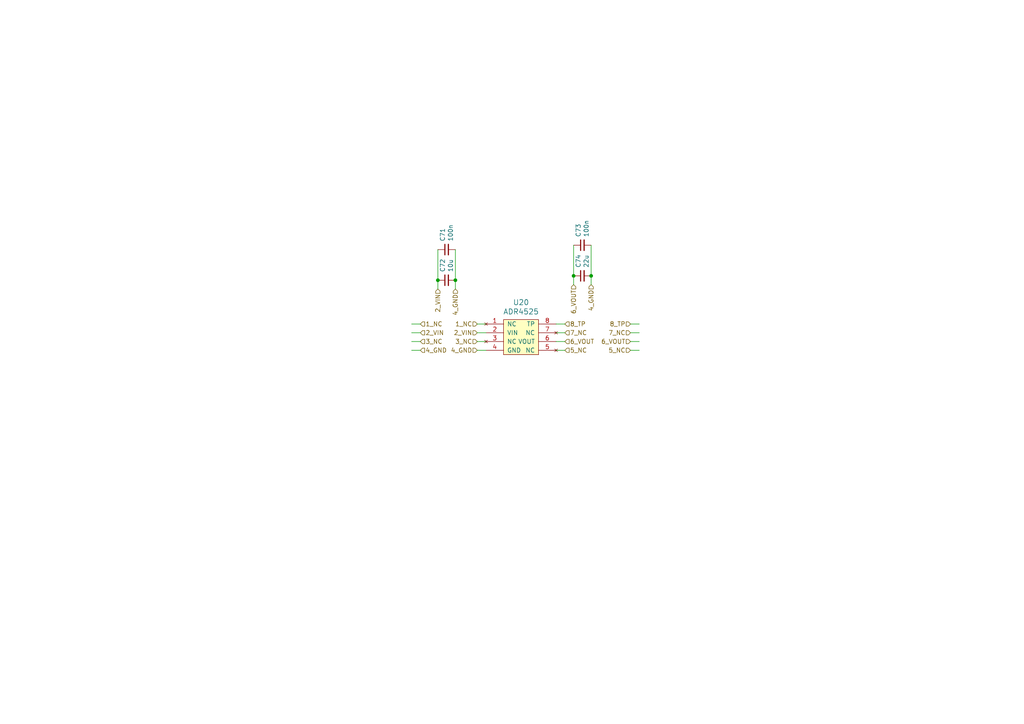
<source format=kicad_sch>
(kicad_sch (version 20210621) (generator eeschema)
  (paper "A4")
  (lib_symbols
    (symbol "FreeEEG32-ads131-rescue:ADR4525-ADR4525" (pin_names (offset 1.016))
      (property "Reference" "U" (at 0 -6.35 0))
      (property "Value" "ADR4525-ADR4525" (at 0 6.35 0))
      (symbol "ADR4525-ADR4525_0_1"
        (rectangle (start -5.08 -5.08) (end 5.08 5.08) (fill (type background)))
      )
      (symbol "ADR4525-ADR4525_1_1"
        (pin no_connect line (at -10.16 3.81 0) (length 5.08) (name "NC") (number "1"))
        (pin power_in line (at -10.16 1.27 0) (length 5.08) (name "VIN") (number "2"))
        (pin no_connect line (at -10.16 -1.27 0) (length 5.08) (name "NC") (number "3"))
        (pin power_in line (at -10.16 -3.81 0) (length 5.08) (name "GND") (number "4"))
        (pin no_connect line (at 10.16 -3.81 180) (length 5.08) (name "NC") (number "5"))
        (pin power_out line (at 10.16 -1.27 180) (length 5.08) (name "VOUT") (number "6"))
        (pin no_connect line (at 10.16 1.27 180) (length 5.08) (name "NC") (number "7"))
        (pin unspecified line (at 10.16 3.81 180) (length 5.08) (name "TP") (number "8"))
      )
    )
    (symbol "FreeEEG32-ads131-rescue:C_Small-Device" (pin_numbers hide) (pin_names (offset 0.254) hide)
      (property "Reference" "C" (at 0.254 1.778 0))
      (property "Value" "C_Small-Device" (at 0.254 -2.032 0))
      (symbol "C_Small-Device_0_1"
        (polyline (pts (xy -1.524 -0.508) (xy 1.524 -0.508)) (stroke (width 0.3302)))
        (polyline (pts (xy -1.524 0.508) (xy 1.524 0.508)) (stroke (width 0.3048)))
      )
      (symbol "C_Small-Device_1_1"
        (pin passive line (at 0 2.54 270) (length 2.032) (name "~") (number "1"))
        (pin passive line (at 0 -2.54 90) (length 2.032) (name "~") (number "2"))
      )
    )
  )
  (junction (at 127 81.28) (diameter 0.9144))
  (junction (at 132.08 81.28) (diameter 0.9144))
  (junction (at 166.37 80.01) (diameter 0.9144))
  (junction (at 171.45 80.01) (diameter 0.9144))
  (wire (pts (xy 121.92 93.98) (xy 119.38 93.98)))
  (wire (pts (xy 121.92 96.52) (xy 119.38 96.52)))
  (wire (pts (xy 121.92 99.06) (xy 119.38 99.06)))
  (wire (pts (xy 121.92 101.6) (xy 119.38 101.6)))
  (wire (pts (xy 127 81.28) (xy 127 72.39)))
  (wire (pts (xy 127 83.82) (xy 127 81.28)))
  (wire (pts (xy 132.08 81.28) (xy 132.08 72.39)))
  (wire (pts (xy 132.08 83.82) (xy 132.08 81.28)))
  (wire (pts (xy 138.43 93.98) (xy 140.97 93.98)))
  (wire (pts (xy 138.43 96.52) (xy 140.97 96.52)))
  (wire (pts (xy 138.43 99.06) (xy 140.97 99.06)))
  (wire (pts (xy 138.43 101.6) (xy 140.97 101.6)))
  (wire (pts (xy 163.83 93.98) (xy 161.29 93.98)))
  (wire (pts (xy 163.83 96.52) (xy 161.29 96.52)))
  (wire (pts (xy 163.83 99.06) (xy 161.29 99.06)))
  (wire (pts (xy 163.83 101.6) (xy 161.29 101.6)))
  (wire (pts (xy 166.37 80.01) (xy 166.37 71.12)))
  (wire (pts (xy 166.37 82.55) (xy 166.37 80.01)))
  (wire (pts (xy 171.45 80.01) (xy 171.45 71.12)))
  (wire (pts (xy 171.45 82.55) (xy 171.45 80.01)))
  (wire (pts (xy 182.88 93.98) (xy 185.42 93.98)))
  (wire (pts (xy 182.88 96.52) (xy 185.42 96.52)))
  (wire (pts (xy 182.88 99.06) (xy 185.42 99.06)))
  (wire (pts (xy 182.88 101.6) (xy 185.42 101.6)))
  (hierarchical_label "1_NC" (shape input) (at 121.92 93.98 0))
  (hierarchical_label "2_VIN" (shape input) (at 121.92 96.52 0))
  (hierarchical_label "3_NC" (shape input) (at 121.92 99.06 0))
  (hierarchical_label "4_GND" (shape input) (at 121.92 101.6 0))
  (hierarchical_label "2_VIN" (shape input) (at 127 83.82 270))
  (hierarchical_label "4_GND" (shape input) (at 132.08 83.82 270))
  (hierarchical_label "1_NC" (shape input) (at 138.43 93.98 180))
  (hierarchical_label "2_VIN" (shape input) (at 138.43 96.52 180))
  (hierarchical_label "3_NC" (shape input) (at 138.43 99.06 180))
  (hierarchical_label "4_GND" (shape input) (at 138.43 101.6 180))
  (hierarchical_label "8_TP" (shape input) (at 163.83 93.98 0))
  (hierarchical_label "7_NC" (shape input) (at 163.83 96.52 0))
  (hierarchical_label "6_VOUT" (shape input) (at 163.83 99.06 0))
  (hierarchical_label "5_NC" (shape input) (at 163.83 101.6 0))
  (hierarchical_label "6_VOUT" (shape input) (at 166.37 82.55 270))
  (hierarchical_label "4_GND" (shape input) (at 171.45 82.55 270))
  (hierarchical_label "8_TP" (shape input) (at 182.88 93.98 180))
  (hierarchical_label "7_NC" (shape input) (at 182.88 96.52 180))
  (hierarchical_label "6_VOUT" (shape input) (at 182.88 99.06 180))
  (hierarchical_label "5_NC" (shape input) (at 182.88 101.6 180))
  (symbol (lib_id "FreeEEG32-ads131-rescue:C_Small-Device") (at 129.54 72.39 90) (unit 1)
    (property "Reference" "C71" (at 128.3716 70.0532 0) (effects (justify left)))
    (property "Value" "100n" (at 130.683 70.0532 0) (effects (justify left)))
    (property "Footprint" "Capacitor_SMD:C_0402_1005Metric" (effects hide))
    (property "MNP" "CL05B104KO5NNNC" (effects hide))
  )
  (symbol (lib_id "FreeEEG32-ads131-rescue:C_Small-Device") (at 129.54 81.28 90) (unit 1)
    (property "Reference" "C72" (at 128.3716 78.9432 0) (effects (justify left)))
    (property "Value" "10u" (at 130.683 78.9432 0) (effects (justify left)))
    (property "Footprint" "Capacitor_SMD:C_0603_1608Metric" (effects hide))
    (property "MNP" "GRM188R60J106ME47D" (effects hide))
  )
  (symbol (lib_id "FreeEEG32-ads131-rescue:C_Small-Device") (at 168.91 71.12 90) (unit 1)
    (property "Reference" "C73" (at 167.7416 68.7832 0) (effects (justify left)))
    (property "Value" "100n" (at 170.053 68.7832 0) (effects (justify left)))
    (property "Footprint" "Capacitor_SMD:C_0402_1005Metric" (effects hide))
    (property "MNP" "CL05B104KO5NNNC" (effects hide))
  )
  (symbol (lib_id "FreeEEG32-ads131-rescue:C_Small-Device") (at 168.91 80.01 90) (unit 1)
    (property "Reference" "C74" (at 167.7416 77.6732 0) (effects (justify left)))
    (property "Value" "22u" (at 170.053 77.6732 0) (effects (justify left)))
    (property "Footprint" "Capacitor_SMD:C_0805_2012Metric" (effects hide))
    (property "MNP" "GRM21BR60J226ME39L" (effects hide))
  )
  (symbol (lib_id "FreeEEG32-ads131-rescue:ADR4525-ADR4525") (at 151.13 97.79 0) (unit 1)
    (property "Reference" "U20" (at 151.13 87.7062 0) (effects (font (size 1.524 1.524))))
    (property "Value" "ADR4525" (at 151.13 90.3986 0) (effects (font (size 1.524 1.524))))
    (property "Footprint" "Package_SO:SOIC-8_3.9x4.9mm_P1.27mm" (effects hide))
    (property "MNP" "ADR4525BRZ" (effects hide))
    (property "Manufacturer" "Analog Devices" (effects hide))
  )
)
</source>
